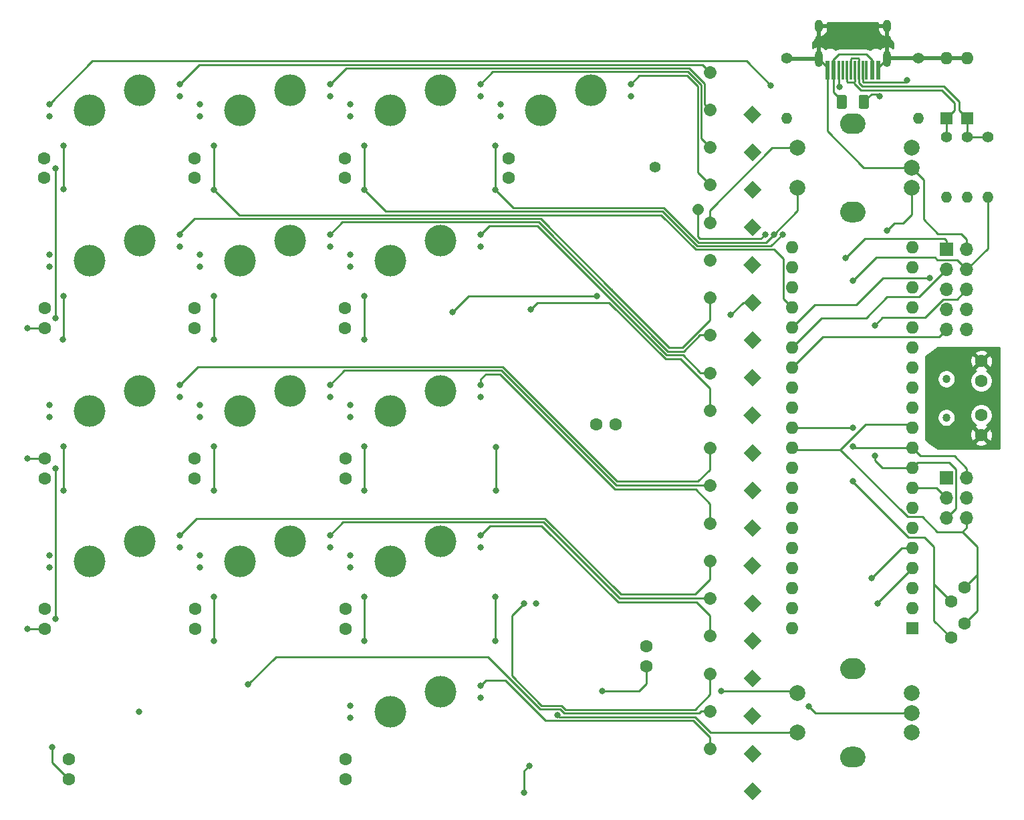
<source format=gbr>
G04 #@! TF.GenerationSoftware,KiCad,Pcbnew,(5.1.5)-3*
G04 #@! TF.CreationDate,2022-04-23T19:07:22-06:00*
G04 #@! TF.ProjectId,base,62617365-2e6b-4696-9361-645f70636258,rev?*
G04 #@! TF.SameCoordinates,Original*
G04 #@! TF.FileFunction,Copper,L1,Top*
G04 #@! TF.FilePolarity,Positive*
%FSLAX46Y46*%
G04 Gerber Fmt 4.6, Leading zero omitted, Abs format (unit mm)*
G04 Created by KiCad (PCBNEW (5.1.5)-3) date 2022-04-23 19:07:22*
%MOMM*%
%LPD*%
G04 APERTURE LIST*
%ADD10C,1.600000*%
%ADD11C,0.800000*%
%ADD12C,4.000000*%
%ADD13C,1.400000*%
%ADD14C,1.400000*%
%ADD15O,1.600000X1.600000*%
%ADD16R,1.600000X1.600000*%
%ADD17O,1.400000X1.400000*%
%ADD18C,0.100000*%
%ADD19C,2.000000*%
%ADD20O,1.700000X1.700000*%
%ADD21R,1.700000X1.700000*%
%ADD22C,1.600000*%
%ADD23C,1.030000*%
%ADD24R,0.600000X2.450000*%
%ADD25R,0.300000X2.450000*%
%ADD26O,1.000000X2.100000*%
%ADD27O,1.000000X1.600000*%
%ADD28C,0.250000*%
%ADD29C,0.500000*%
%ADD30C,0.254000*%
G04 APERTURE END LIST*
D10*
X138100000Y-89350000D03*
X138100000Y-86850000D03*
X103075000Y-146500000D03*
X103075000Y-144000000D03*
X138125000Y-146500000D03*
X138125000Y-144000000D03*
X176250000Y-132175000D03*
X176250000Y-129675000D03*
X138125000Y-127450000D03*
X138125000Y-124950000D03*
X119075000Y-127450000D03*
X119075000Y-124950000D03*
X100025000Y-127450000D03*
X100025000Y-124950000D03*
X100025000Y-108400000D03*
X100025000Y-105900000D03*
X119050000Y-108400000D03*
X119050000Y-105900000D03*
X138125000Y-108400000D03*
X138125000Y-105900000D03*
X169900000Y-101600000D03*
X172400000Y-101600000D03*
X158775000Y-70350000D03*
X158775000Y-67850000D03*
D11*
X174307500Y-59975750D03*
X157797500Y-62515750D03*
X174307500Y-58451750D03*
X157797500Y-60991750D03*
D12*
X162877500Y-61753750D03*
X169227500Y-59213750D03*
D13*
X182788154Y-74338154D02*
X182788154Y-74338154D01*
D14*
X177400000Y-68950000D03*
D10*
X119050000Y-89350000D03*
X119050000Y-86850000D03*
X100025000Y-89350000D03*
X100025000Y-86850000D03*
X100000000Y-70350000D03*
X100000000Y-67850000D03*
X119050000Y-70350000D03*
X119050000Y-67850000D03*
X138100000Y-70350000D03*
X138100000Y-67850000D03*
D15*
X216900000Y-55180000D03*
D16*
X216900000Y-62800000D03*
D15*
X214300000Y-55180000D03*
D16*
X214300000Y-62800000D03*
D14*
X219500000Y-65200000D03*
D17*
X219500000Y-72820000D03*
D14*
X210725000Y-55143750D03*
D17*
X210725000Y-62763750D03*
G04 #@! TA.AperFunction,SMDPad,CuDef*
D18*
G36*
X201399504Y-59826204D02*
G01*
X201423773Y-59829804D01*
X201447571Y-59835765D01*
X201470671Y-59844030D01*
X201492849Y-59854520D01*
X201513893Y-59867133D01*
X201533598Y-59881747D01*
X201551777Y-59898223D01*
X201568253Y-59916402D01*
X201582867Y-59936107D01*
X201595480Y-59957151D01*
X201605970Y-59979329D01*
X201614235Y-60002429D01*
X201620196Y-60026227D01*
X201623796Y-60050496D01*
X201625000Y-60075000D01*
X201625000Y-61325000D01*
X201623796Y-61349504D01*
X201620196Y-61373773D01*
X201614235Y-61397571D01*
X201605970Y-61420671D01*
X201595480Y-61442849D01*
X201582867Y-61463893D01*
X201568253Y-61483598D01*
X201551777Y-61501777D01*
X201533598Y-61518253D01*
X201513893Y-61532867D01*
X201492849Y-61545480D01*
X201470671Y-61555970D01*
X201447571Y-61564235D01*
X201423773Y-61570196D01*
X201399504Y-61573796D01*
X201375000Y-61575000D01*
X200625000Y-61575000D01*
X200600496Y-61573796D01*
X200576227Y-61570196D01*
X200552429Y-61564235D01*
X200529329Y-61555970D01*
X200507151Y-61545480D01*
X200486107Y-61532867D01*
X200466402Y-61518253D01*
X200448223Y-61501777D01*
X200431747Y-61483598D01*
X200417133Y-61463893D01*
X200404520Y-61442849D01*
X200394030Y-61420671D01*
X200385765Y-61397571D01*
X200379804Y-61373773D01*
X200376204Y-61349504D01*
X200375000Y-61325000D01*
X200375000Y-60075000D01*
X200376204Y-60050496D01*
X200379804Y-60026227D01*
X200385765Y-60002429D01*
X200394030Y-59979329D01*
X200404520Y-59957151D01*
X200417133Y-59936107D01*
X200431747Y-59916402D01*
X200448223Y-59898223D01*
X200466402Y-59881747D01*
X200486107Y-59867133D01*
X200507151Y-59854520D01*
X200529329Y-59844030D01*
X200552429Y-59835765D01*
X200576227Y-59829804D01*
X200600496Y-59826204D01*
X200625000Y-59825000D01*
X201375000Y-59825000D01*
X201399504Y-59826204D01*
G37*
G04 #@! TD.AperFunction*
G04 #@! TA.AperFunction,SMDPad,CuDef*
G36*
X204199504Y-59826204D02*
G01*
X204223773Y-59829804D01*
X204247571Y-59835765D01*
X204270671Y-59844030D01*
X204292849Y-59854520D01*
X204313893Y-59867133D01*
X204333598Y-59881747D01*
X204351777Y-59898223D01*
X204368253Y-59916402D01*
X204382867Y-59936107D01*
X204395480Y-59957151D01*
X204405970Y-59979329D01*
X204414235Y-60002429D01*
X204420196Y-60026227D01*
X204423796Y-60050496D01*
X204425000Y-60075000D01*
X204425000Y-61325000D01*
X204423796Y-61349504D01*
X204420196Y-61373773D01*
X204414235Y-61397571D01*
X204405970Y-61420671D01*
X204395480Y-61442849D01*
X204382867Y-61463893D01*
X204368253Y-61483598D01*
X204351777Y-61501777D01*
X204333598Y-61518253D01*
X204313893Y-61532867D01*
X204292849Y-61545480D01*
X204270671Y-61555970D01*
X204247571Y-61564235D01*
X204223773Y-61570196D01*
X204199504Y-61573796D01*
X204175000Y-61575000D01*
X203425000Y-61575000D01*
X203400496Y-61573796D01*
X203376227Y-61570196D01*
X203352429Y-61564235D01*
X203329329Y-61555970D01*
X203307151Y-61545480D01*
X203286107Y-61532867D01*
X203266402Y-61518253D01*
X203248223Y-61501777D01*
X203231747Y-61483598D01*
X203217133Y-61463893D01*
X203204520Y-61442849D01*
X203194030Y-61420671D01*
X203185765Y-61397571D01*
X203179804Y-61373773D01*
X203176204Y-61349504D01*
X203175000Y-61325000D01*
X203175000Y-60075000D01*
X203176204Y-60050496D01*
X203179804Y-60026227D01*
X203185765Y-60002429D01*
X203194030Y-59979329D01*
X203204520Y-59957151D01*
X203217133Y-59936107D01*
X203231747Y-59916402D01*
X203248223Y-59898223D01*
X203266402Y-59881747D01*
X203286107Y-59867133D01*
X203307151Y-59854520D01*
X203329329Y-59844030D01*
X203352429Y-59835765D01*
X203376227Y-59829804D01*
X203400496Y-59826204D01*
X203425000Y-59825000D01*
X204175000Y-59825000D01*
X204199504Y-59826204D01*
G37*
G04 #@! TD.AperFunction*
D19*
X195406250Y-66556250D03*
X195406250Y-71556250D03*
G04 #@! TA.AperFunction,WasherPad*
D18*
G36*
X202833672Y-62162509D02*
G01*
X202959867Y-62181228D01*
X203083620Y-62212227D01*
X203203738Y-62255206D01*
X203319066Y-62309751D01*
X203428491Y-62375339D01*
X203530961Y-62451335D01*
X203625489Y-62537010D01*
X203711164Y-62631538D01*
X203787160Y-62734008D01*
X203852748Y-62843433D01*
X203907293Y-62958761D01*
X203950272Y-63078879D01*
X203981271Y-63202632D01*
X203999990Y-63328827D01*
X204006250Y-63456249D01*
X204006250Y-63456251D01*
X203999990Y-63583673D01*
X203981271Y-63709868D01*
X203950272Y-63833621D01*
X203907293Y-63953739D01*
X203852748Y-64069067D01*
X203787160Y-64178492D01*
X203711164Y-64280962D01*
X203625489Y-64375490D01*
X203530961Y-64461165D01*
X203428491Y-64537161D01*
X203319066Y-64602749D01*
X203203738Y-64657294D01*
X203083620Y-64700273D01*
X202959867Y-64731272D01*
X202833672Y-64749991D01*
X202706250Y-64756251D01*
X202106250Y-64756251D01*
X201978828Y-64749991D01*
X201852633Y-64731272D01*
X201728880Y-64700273D01*
X201608762Y-64657294D01*
X201493434Y-64602749D01*
X201384009Y-64537161D01*
X201281539Y-64461165D01*
X201187011Y-64375490D01*
X201101336Y-64280962D01*
X201025340Y-64178492D01*
X200959752Y-64069067D01*
X200905207Y-63953739D01*
X200862228Y-63833621D01*
X200831229Y-63709868D01*
X200812510Y-63583673D01*
X200806250Y-63456251D01*
X200806250Y-63456249D01*
X200812510Y-63328827D01*
X200831229Y-63202632D01*
X200862228Y-63078879D01*
X200905207Y-62958761D01*
X200959752Y-62843433D01*
X201025340Y-62734008D01*
X201101336Y-62631538D01*
X201187011Y-62537010D01*
X201281539Y-62451335D01*
X201384009Y-62375339D01*
X201493434Y-62309751D01*
X201608762Y-62255206D01*
X201728880Y-62212227D01*
X201852633Y-62181228D01*
X201978828Y-62162509D01*
X202106250Y-62156249D01*
X202706250Y-62156249D01*
X202833672Y-62162509D01*
G37*
G04 #@! TD.AperFunction*
D19*
X209906250Y-71556250D03*
X209906250Y-66556250D03*
X209906250Y-69056250D03*
G04 #@! TA.AperFunction,WasherPad*
D18*
G36*
X202833672Y-73362509D02*
G01*
X202959867Y-73381228D01*
X203083620Y-73412227D01*
X203203738Y-73455206D01*
X203319066Y-73509751D01*
X203428491Y-73575339D01*
X203530961Y-73651335D01*
X203625489Y-73737010D01*
X203711164Y-73831538D01*
X203787160Y-73934008D01*
X203852748Y-74043433D01*
X203907293Y-74158761D01*
X203950272Y-74278879D01*
X203981271Y-74402632D01*
X203999990Y-74528827D01*
X204006250Y-74656249D01*
X204006250Y-74656251D01*
X203999990Y-74783673D01*
X203981271Y-74909868D01*
X203950272Y-75033621D01*
X203907293Y-75153739D01*
X203852748Y-75269067D01*
X203787160Y-75378492D01*
X203711164Y-75480962D01*
X203625489Y-75575490D01*
X203530961Y-75661165D01*
X203428491Y-75737161D01*
X203319066Y-75802749D01*
X203203738Y-75857294D01*
X203083620Y-75900273D01*
X202959867Y-75931272D01*
X202833672Y-75949991D01*
X202706250Y-75956251D01*
X202106250Y-75956251D01*
X201978828Y-75949991D01*
X201852633Y-75931272D01*
X201728880Y-75900273D01*
X201608762Y-75857294D01*
X201493434Y-75802749D01*
X201384009Y-75737161D01*
X201281539Y-75661165D01*
X201187011Y-75575490D01*
X201101336Y-75480962D01*
X201025340Y-75378492D01*
X200959752Y-75269067D01*
X200905207Y-75153739D01*
X200862228Y-75033621D01*
X200831229Y-74909868D01*
X200812510Y-74783673D01*
X200806250Y-74656251D01*
X200806250Y-74656249D01*
X200812510Y-74528827D01*
X200831229Y-74402632D01*
X200862228Y-74278879D01*
X200905207Y-74158761D01*
X200959752Y-74043433D01*
X201025340Y-73934008D01*
X201101336Y-73831538D01*
X201187011Y-73737010D01*
X201281539Y-73651335D01*
X201384009Y-73575339D01*
X201493434Y-73509751D01*
X201608762Y-73455206D01*
X201728880Y-73412227D01*
X201852633Y-73381228D01*
X201978828Y-73362509D01*
X202106250Y-73356249D01*
X202706250Y-73356249D01*
X202833672Y-73362509D01*
G37*
G04 #@! TD.AperFunction*
D14*
X214312500Y-65196875D03*
D17*
X214312500Y-72816875D03*
D12*
X131127500Y-59213750D03*
X124777500Y-61753750D03*
D11*
X119697500Y-60991750D03*
X136207500Y-58451750D03*
X119697500Y-62515750D03*
X136207500Y-59975750D03*
D12*
X150177500Y-116363750D03*
X143827500Y-118903750D03*
D11*
X138747500Y-118141750D03*
X155257500Y-115601750D03*
X138747500Y-119665750D03*
X155257500Y-117125750D03*
D20*
X216840000Y-89560000D03*
X214300000Y-89560000D03*
X216840000Y-87020000D03*
X214300000Y-87020000D03*
X216840000Y-84480000D03*
X214300000Y-84480000D03*
X216840000Y-81940000D03*
X214300000Y-81940000D03*
X216840000Y-79400000D03*
D21*
X214300000Y-79400000D03*
D12*
X112077500Y-78263750D03*
X105727500Y-80803750D03*
D11*
X100647500Y-80041750D03*
X117157500Y-77501750D03*
X100647500Y-81565750D03*
X117157500Y-79025750D03*
X155257500Y-136175750D03*
X138747500Y-138715750D03*
X155257500Y-134651750D03*
X138747500Y-137191750D03*
D12*
X143827500Y-137953750D03*
X150177500Y-135413750D03*
X150177500Y-97313750D03*
X143827500Y-99853750D03*
D11*
X138747500Y-99091750D03*
X155257500Y-96551750D03*
X138747500Y-100615750D03*
X155257500Y-98075750D03*
X155257500Y-59975750D03*
X138747500Y-62515750D03*
X155257500Y-58451750D03*
X138747500Y-60991750D03*
D12*
X143827500Y-61753750D03*
X150177500Y-59213750D03*
G04 #@! TA.AperFunction,ComponentPad*
D18*
G36*
X190837621Y-148034375D02*
G01*
X189706250Y-149165746D01*
X188574879Y-148034375D01*
X189706250Y-146903004D01*
X190837621Y-148034375D01*
G37*
G04 #@! TD.AperFunction*
D22*
X184318096Y-142646221D02*
X184318096Y-142646221D01*
G04 #@! TA.AperFunction,ComponentPad*
D18*
G36*
X190837621Y-86121875D02*
G01*
X189706250Y-87253246D01*
X188574879Y-86121875D01*
X189706250Y-84990504D01*
X190837621Y-86121875D01*
G37*
G04 #@! TD.AperFunction*
D22*
X184318096Y-80733721D02*
X184318096Y-80733721D01*
X184318096Y-66446221D02*
X184318096Y-66446221D01*
G04 #@! TA.AperFunction,ComponentPad*
D18*
G36*
X190837621Y-71834375D02*
G01*
X189706250Y-72965746D01*
X188574879Y-71834375D01*
X189706250Y-70703004D01*
X190837621Y-71834375D01*
G37*
G04 #@! TD.AperFunction*
D12*
X112077500Y-116363750D03*
X105727500Y-118903750D03*
D11*
X100647500Y-118141750D03*
X117157500Y-115601750D03*
X100647500Y-119665750D03*
X117157500Y-117125750D03*
D10*
X218678125Y-93543750D03*
X218678125Y-96043750D03*
X218678125Y-100409375D03*
X218678125Y-102909375D03*
X214832233Y-123967767D03*
X216600000Y-122200000D03*
X216600000Y-126800000D03*
X214832233Y-128567767D03*
G04 #@! TA.AperFunction,ComponentPad*
D18*
G36*
X190837621Y-62309375D02*
G01*
X189706250Y-63440746D01*
X188574879Y-62309375D01*
X189706250Y-61178004D01*
X190837621Y-62309375D01*
G37*
G04 #@! TD.AperFunction*
D22*
X184318096Y-56921221D02*
X184318096Y-56921221D01*
X184318096Y-61683721D02*
X184318096Y-61683721D01*
G04 #@! TA.AperFunction,ComponentPad*
D18*
G36*
X190837621Y-67071875D02*
G01*
X189706250Y-68203246D01*
X188574879Y-67071875D01*
X189706250Y-65940504D01*
X190837621Y-67071875D01*
G37*
G04 #@! TD.AperFunction*
G04 #@! TA.AperFunction,ComponentPad*
G36*
X190837621Y-76596875D02*
G01*
X189706250Y-77728246D01*
X188574879Y-76596875D01*
X189706250Y-75465504D01*
X190837621Y-76596875D01*
G37*
G04 #@! TD.AperFunction*
D22*
X184318096Y-71208721D02*
X184318096Y-71208721D01*
X184318096Y-85496221D02*
X184318096Y-85496221D01*
G04 #@! TA.AperFunction,ComponentPad*
D18*
G36*
X190837621Y-90884375D02*
G01*
X189706250Y-92015746D01*
X188574879Y-90884375D01*
X189706250Y-89753004D01*
X190837621Y-90884375D01*
G37*
G04 #@! TD.AperFunction*
G04 #@! TA.AperFunction,ComponentPad*
G36*
X190837621Y-95646875D02*
G01*
X189706250Y-96778246D01*
X188574879Y-95646875D01*
X189706250Y-94515504D01*
X190837621Y-95646875D01*
G37*
G04 #@! TD.AperFunction*
D22*
X184318096Y-90258721D02*
X184318096Y-90258721D01*
X184318096Y-95021221D02*
X184318096Y-95021221D01*
G04 #@! TA.AperFunction,ComponentPad*
D18*
G36*
X190837621Y-100409375D02*
G01*
X189706250Y-101540746D01*
X188574879Y-100409375D01*
X189706250Y-99278004D01*
X190837621Y-100409375D01*
G37*
G04 #@! TD.AperFunction*
G04 #@! TA.AperFunction,ComponentPad*
G36*
X190837621Y-109934375D02*
G01*
X189706250Y-111065746D01*
X188574879Y-109934375D01*
X189706250Y-108803004D01*
X190837621Y-109934375D01*
G37*
G04 #@! TD.AperFunction*
D22*
X184318096Y-104546221D02*
X184318096Y-104546221D01*
X184318096Y-109308721D02*
X184318096Y-109308721D01*
G04 #@! TA.AperFunction,ComponentPad*
D18*
G36*
X190837621Y-114696875D02*
G01*
X189706250Y-115828246D01*
X188574879Y-114696875D01*
X189706250Y-113565504D01*
X190837621Y-114696875D01*
G37*
G04 #@! TD.AperFunction*
D22*
X184318096Y-114071221D02*
X184318096Y-114071221D01*
G04 #@! TA.AperFunction,ComponentPad*
D18*
G36*
X190837621Y-119459375D02*
G01*
X189706250Y-120590746D01*
X188574879Y-119459375D01*
X189706250Y-118328004D01*
X190837621Y-119459375D01*
G37*
G04 #@! TD.AperFunction*
D22*
X184318096Y-99783721D02*
X184318096Y-99783721D01*
G04 #@! TA.AperFunction,ComponentPad*
D18*
G36*
X190837621Y-105171875D02*
G01*
X189706250Y-106303246D01*
X188574879Y-105171875D01*
X189706250Y-104040504D01*
X190837621Y-105171875D01*
G37*
G04 #@! TD.AperFunction*
D22*
X184318096Y-118833721D02*
X184318096Y-118833721D01*
G04 #@! TA.AperFunction,ComponentPad*
D18*
G36*
X190837621Y-124221875D02*
G01*
X189706250Y-125353246D01*
X188574879Y-124221875D01*
X189706250Y-123090504D01*
X190837621Y-124221875D01*
G37*
G04 #@! TD.AperFunction*
G04 #@! TA.AperFunction,ComponentPad*
G36*
X190837621Y-128984375D02*
G01*
X189706250Y-130115746D01*
X188574879Y-128984375D01*
X189706250Y-127853004D01*
X190837621Y-128984375D01*
G37*
G04 #@! TD.AperFunction*
D22*
X184318096Y-123596221D02*
X184318096Y-123596221D01*
X184318096Y-128358721D02*
X184318096Y-128358721D01*
G04 #@! TA.AperFunction,ComponentPad*
D18*
G36*
X190837621Y-133746875D02*
G01*
X189706250Y-134878246D01*
X188574879Y-133746875D01*
X189706250Y-132615504D01*
X190837621Y-133746875D01*
G37*
G04 #@! TD.AperFunction*
D22*
X184318096Y-137883721D02*
X184318096Y-137883721D01*
G04 #@! TA.AperFunction,ComponentPad*
D18*
G36*
X190837621Y-143271875D02*
G01*
X189706250Y-144403246D01*
X188574879Y-143271875D01*
X189706250Y-142140504D01*
X190837621Y-143271875D01*
G37*
G04 #@! TD.AperFunction*
D22*
X184318096Y-133121221D02*
X184318096Y-133121221D01*
G04 #@! TA.AperFunction,ComponentPad*
D18*
G36*
X190837621Y-138509375D02*
G01*
X189706250Y-139640746D01*
X188574879Y-138509375D01*
X189706250Y-137378004D01*
X190837621Y-138509375D01*
G37*
G04 #@! TD.AperFunction*
G04 #@! TA.AperFunction,ComponentPad*
G36*
X190837621Y-81359375D02*
G01*
X189706250Y-82490746D01*
X188574879Y-81359375D01*
X189706250Y-80228004D01*
X190837621Y-81359375D01*
G37*
G04 #@! TD.AperFunction*
D22*
X184318096Y-75971221D02*
X184318096Y-75971221D01*
D21*
X214312500Y-108346875D03*
D20*
X216852500Y-108346875D03*
X214312500Y-110886875D03*
X216852500Y-110886875D03*
X214312500Y-113426875D03*
X216852500Y-113426875D03*
D11*
X136207500Y-117125750D03*
X119697500Y-119665750D03*
X136207500Y-115601750D03*
X119697500Y-118141750D03*
D12*
X124777500Y-118903750D03*
X131127500Y-116363750D03*
D11*
X117157500Y-98075750D03*
X100647500Y-100615750D03*
X117157500Y-96551750D03*
X100647500Y-99091750D03*
D12*
X105727500Y-99853750D03*
X112077500Y-97313750D03*
D11*
X136207500Y-98075750D03*
X119697500Y-100615750D03*
X136207500Y-96551750D03*
X119697500Y-99091750D03*
D12*
X124777500Y-99853750D03*
X131127500Y-97313750D03*
D11*
X136207500Y-79025750D03*
X119697500Y-81565750D03*
X136207500Y-77501750D03*
X119697500Y-80041750D03*
D12*
X124777500Y-80803750D03*
X131127500Y-78263750D03*
X150177500Y-78263750D03*
X143827500Y-80803750D03*
D11*
X138747500Y-80041750D03*
X155257500Y-77501750D03*
X138747500Y-81565750D03*
X155257500Y-79025750D03*
D12*
X112077500Y-59213750D03*
X105727500Y-61753750D03*
D11*
X100647500Y-60991750D03*
X117157500Y-58451750D03*
X100647500Y-62515750D03*
X117157500Y-59975750D03*
D17*
X216900000Y-72820000D03*
D14*
X216900000Y-65200000D03*
X194056250Y-55143750D03*
D17*
X194056250Y-62763750D03*
D16*
X209946875Y-127396875D03*
D15*
X194706875Y-79136875D03*
X209946875Y-124856875D03*
X194706875Y-81676875D03*
X209946875Y-122316875D03*
X194706875Y-84216875D03*
X209946875Y-119776875D03*
X194706875Y-86756875D03*
X209946875Y-117236875D03*
X194706875Y-89296875D03*
X209946875Y-114696875D03*
X194706875Y-91836875D03*
X209946875Y-112156875D03*
X194706875Y-94376875D03*
X209946875Y-109616875D03*
X194706875Y-96916875D03*
X209946875Y-107076875D03*
X194706875Y-99456875D03*
X209946875Y-104536875D03*
X194706875Y-101996875D03*
X209946875Y-101996875D03*
X194706875Y-104536875D03*
X209946875Y-99456875D03*
X194706875Y-107076875D03*
X209946875Y-96916875D03*
X194706875Y-109616875D03*
X209946875Y-94376875D03*
X194706875Y-112156875D03*
X209946875Y-91836875D03*
X194706875Y-114696875D03*
X209946875Y-89296875D03*
X194706875Y-117236875D03*
X209946875Y-86756875D03*
X194706875Y-119776875D03*
X209946875Y-84216875D03*
X194706875Y-122316875D03*
X209946875Y-81676875D03*
X194706875Y-124856875D03*
X209946875Y-79136875D03*
X194706875Y-127396875D03*
G04 #@! TA.AperFunction,WasherPad*
D18*
G36*
X202833672Y-142418759D02*
G01*
X202959867Y-142437478D01*
X203083620Y-142468477D01*
X203203738Y-142511456D01*
X203319066Y-142566001D01*
X203428491Y-142631589D01*
X203530961Y-142707585D01*
X203625489Y-142793260D01*
X203711164Y-142887788D01*
X203787160Y-142990258D01*
X203852748Y-143099683D01*
X203907293Y-143215011D01*
X203950272Y-143335129D01*
X203981271Y-143458882D01*
X203999990Y-143585077D01*
X204006250Y-143712499D01*
X204006250Y-143712501D01*
X203999990Y-143839923D01*
X203981271Y-143966118D01*
X203950272Y-144089871D01*
X203907293Y-144209989D01*
X203852748Y-144325317D01*
X203787160Y-144434742D01*
X203711164Y-144537212D01*
X203625489Y-144631740D01*
X203530961Y-144717415D01*
X203428491Y-144793411D01*
X203319066Y-144858999D01*
X203203738Y-144913544D01*
X203083620Y-144956523D01*
X202959867Y-144987522D01*
X202833672Y-145006241D01*
X202706250Y-145012501D01*
X202106250Y-145012501D01*
X201978828Y-145006241D01*
X201852633Y-144987522D01*
X201728880Y-144956523D01*
X201608762Y-144913544D01*
X201493434Y-144858999D01*
X201384009Y-144793411D01*
X201281539Y-144717415D01*
X201187011Y-144631740D01*
X201101336Y-144537212D01*
X201025340Y-144434742D01*
X200959752Y-144325317D01*
X200905207Y-144209989D01*
X200862228Y-144089871D01*
X200831229Y-143966118D01*
X200812510Y-143839923D01*
X200806250Y-143712501D01*
X200806250Y-143712499D01*
X200812510Y-143585077D01*
X200831229Y-143458882D01*
X200862228Y-143335129D01*
X200905207Y-143215011D01*
X200959752Y-143099683D01*
X201025340Y-142990258D01*
X201101336Y-142887788D01*
X201187011Y-142793260D01*
X201281539Y-142707585D01*
X201384009Y-142631589D01*
X201493434Y-142566001D01*
X201608762Y-142511456D01*
X201728880Y-142468477D01*
X201852633Y-142437478D01*
X201978828Y-142418759D01*
X202106250Y-142412499D01*
X202706250Y-142412499D01*
X202833672Y-142418759D01*
G37*
G04 #@! TD.AperFunction*
D19*
X209906250Y-138112500D03*
X209906250Y-135612500D03*
X209906250Y-140612500D03*
G04 #@! TA.AperFunction,WasherPad*
D18*
G36*
X202833672Y-131218759D02*
G01*
X202959867Y-131237478D01*
X203083620Y-131268477D01*
X203203738Y-131311456D01*
X203319066Y-131366001D01*
X203428491Y-131431589D01*
X203530961Y-131507585D01*
X203625489Y-131593260D01*
X203711164Y-131687788D01*
X203787160Y-131790258D01*
X203852748Y-131899683D01*
X203907293Y-132015011D01*
X203950272Y-132135129D01*
X203981271Y-132258882D01*
X203999990Y-132385077D01*
X204006250Y-132512499D01*
X204006250Y-132512501D01*
X203999990Y-132639923D01*
X203981271Y-132766118D01*
X203950272Y-132889871D01*
X203907293Y-133009989D01*
X203852748Y-133125317D01*
X203787160Y-133234742D01*
X203711164Y-133337212D01*
X203625489Y-133431740D01*
X203530961Y-133517415D01*
X203428491Y-133593411D01*
X203319066Y-133658999D01*
X203203738Y-133713544D01*
X203083620Y-133756523D01*
X202959867Y-133787522D01*
X202833672Y-133806241D01*
X202706250Y-133812501D01*
X202106250Y-133812501D01*
X201978828Y-133806241D01*
X201852633Y-133787522D01*
X201728880Y-133756523D01*
X201608762Y-133713544D01*
X201493434Y-133658999D01*
X201384009Y-133593411D01*
X201281539Y-133517415D01*
X201187011Y-133431740D01*
X201101336Y-133337212D01*
X201025340Y-133234742D01*
X200959752Y-133125317D01*
X200905207Y-133009989D01*
X200862228Y-132889871D01*
X200831229Y-132766118D01*
X200812510Y-132639923D01*
X200806250Y-132512501D01*
X200806250Y-132512499D01*
X200812510Y-132385077D01*
X200831229Y-132258882D01*
X200862228Y-132135129D01*
X200905207Y-132015011D01*
X200959752Y-131899683D01*
X201025340Y-131790258D01*
X201101336Y-131687788D01*
X201187011Y-131593260D01*
X201281539Y-131507585D01*
X201384009Y-131431589D01*
X201493434Y-131366001D01*
X201608762Y-131311456D01*
X201728880Y-131268477D01*
X201852633Y-131237478D01*
X201978828Y-131218759D01*
X202106250Y-131212499D01*
X202706250Y-131212499D01*
X202833672Y-131218759D01*
G37*
G04 #@! TD.AperFunction*
D19*
X195406250Y-140612500D03*
X195406250Y-135612500D03*
D23*
X214250000Y-95810000D03*
X214250000Y-100690000D03*
D24*
X199175000Y-56695000D03*
X205625000Y-56695000D03*
X199950000Y-56695000D03*
X204850000Y-56695000D03*
D25*
X204150000Y-56695000D03*
X200650000Y-56695000D03*
X203650000Y-56695000D03*
X201150000Y-56695000D03*
X203150000Y-56695000D03*
X201650000Y-56695000D03*
X202150000Y-56695000D03*
X202650000Y-56695000D03*
D26*
X206720000Y-55280000D03*
X198080000Y-55280000D03*
D27*
X206720000Y-51100000D03*
X198080000Y-51100000D03*
D11*
X202406250Y-101996875D03*
X202406250Y-104378125D03*
X202406250Y-108743750D03*
X161400000Y-144800000D03*
X160799982Y-148200000D03*
X202406250Y-83343750D03*
X205800000Y-60000000D03*
X97875000Y-89350000D03*
X97874994Y-105900000D03*
X97875000Y-127450000D03*
X170675000Y-135350000D03*
X161600000Y-87000000D03*
X160734375Y-124221875D03*
X162321875Y-124221875D03*
X186928125Y-87709375D03*
X125809375Y-134540625D03*
X185737500Y-135334375D03*
X191300000Y-77500000D03*
X111977500Y-137953750D03*
X121502500Y-66278125D03*
X121502500Y-71834375D03*
X121443750Y-109934375D03*
X121443750Y-104378125D03*
X201500000Y-80500000D03*
X157168750Y-109959375D03*
X157168750Y-104403125D03*
X157162500Y-71834375D03*
X157162500Y-66278125D03*
X157162500Y-123428125D03*
X157162500Y-128984375D03*
X192400013Y-77500000D03*
X165000000Y-138374990D03*
X101425000Y-69100000D03*
X101425000Y-88075000D03*
X101426000Y-107191000D03*
X101426000Y-126241000D03*
X121500000Y-123450000D03*
X121475000Y-129000000D03*
X121500000Y-85300000D03*
X121500000Y-90849996D03*
X140493750Y-71834375D03*
X140493750Y-66278125D03*
X140493750Y-85328125D03*
X140493750Y-123428125D03*
X140493750Y-128984375D03*
X140493750Y-109934375D03*
X140493750Y-104378125D03*
X193500016Y-77500000D03*
X212175010Y-83000000D03*
X140493750Y-90850000D03*
X205184375Y-105568750D03*
X205184375Y-89000008D03*
X102393750Y-66278125D03*
X102393750Y-109934375D03*
X102393750Y-104378125D03*
X102393750Y-85328125D03*
X102393750Y-71765635D03*
X192000000Y-58600000D03*
X102375000Y-90850000D03*
X206771875Y-77000002D03*
X205581250Y-124221875D03*
X204787500Y-121046875D03*
X100950000Y-142500000D03*
X196850000Y-137318750D03*
X170000000Y-85300016D03*
X151700000Y-87350002D03*
X209304740Y-57970002D03*
X200700000Y-58800000D03*
D28*
X194706875Y-101996875D02*
X202406250Y-101996875D01*
X209946875Y-104536875D02*
X202565000Y-104536875D01*
X202565000Y-104536875D02*
X202406250Y-104378125D01*
X160800000Y-148199982D02*
X160799982Y-148200000D01*
X161400000Y-144800000D02*
X160800000Y-145400000D01*
X160800000Y-145400000D02*
X160800000Y-148199982D01*
X215276456Y-105568750D02*
X216852500Y-107144794D01*
X216852500Y-107144794D02*
X216852500Y-108346875D01*
X209946875Y-104536875D02*
X210978750Y-105568750D01*
X210978750Y-105568750D02*
X215276456Y-105568750D01*
X205350000Y-80400000D02*
X202406250Y-83343750D01*
X215600000Y-80700000D02*
X213100000Y-80700000D01*
X216840000Y-81940000D02*
X215600000Y-80700000D01*
X213100000Y-80700000D02*
X212800000Y-80400000D01*
X212800000Y-80400000D02*
X205350000Y-80400000D01*
X204800000Y-59700000D02*
X203800000Y-60700000D01*
X205800000Y-60000000D02*
X205500000Y-59700000D01*
X205500000Y-59700000D02*
X204800000Y-59700000D01*
X202406250Y-108821252D02*
X209472498Y-115887500D01*
X202406250Y-108743750D02*
X202406250Y-108821252D01*
X209472498Y-115887500D02*
X211518500Y-115887500D01*
X211518500Y-115887500D02*
X212700000Y-117069000D01*
X212700000Y-117069000D02*
X212700000Y-121300000D01*
X212700000Y-126435534D02*
X214832233Y-128567767D01*
X212700000Y-121835534D02*
X214832233Y-123967767D01*
X212700000Y-121300000D02*
X212700000Y-121835534D01*
X212700000Y-121300000D02*
X212700000Y-126435534D01*
X219500000Y-79280000D02*
X219500000Y-72820000D01*
X216840000Y-81940000D02*
X219500000Y-79280000D01*
X100025000Y-89350000D02*
X97875000Y-89350000D01*
X97874994Y-105900000D02*
X100025000Y-105900000D01*
X100025000Y-127450000D02*
X97875000Y-127450000D01*
X176250000Y-134400000D02*
X176250000Y-132175000D01*
X170675000Y-135350000D02*
X175300000Y-135350000D01*
X175300000Y-135350000D02*
X176250000Y-134400000D01*
X119620523Y-55988727D02*
X183385602Y-55988727D01*
X117157500Y-58451750D02*
X119620523Y-55988727D01*
X183385602Y-55988727D02*
X184318096Y-56921221D01*
X183650000Y-58377178D02*
X183650000Y-61015625D01*
X183650000Y-61015625D02*
X184318096Y-61683721D01*
X181711560Y-56438738D02*
X183650000Y-58377178D01*
X136207500Y-58451750D02*
X138220512Y-56438738D01*
X138220512Y-56438738D02*
X181711560Y-56438738D01*
X183193095Y-58556684D02*
X183193095Y-65321220D01*
X181525160Y-56888749D02*
X183193095Y-58556684D01*
X183193095Y-65321220D02*
X184318096Y-66446221D01*
X156820501Y-56888749D02*
X181525160Y-56888749D01*
X155257500Y-58451750D02*
X156820501Y-56888749D01*
X175359250Y-57400000D02*
X181400001Y-57400000D01*
X174307500Y-58451750D02*
X175359250Y-57400000D01*
X182743086Y-69633711D02*
X184318096Y-71208721D01*
X181400001Y-57400000D02*
X182743085Y-58743084D01*
X182743085Y-58743084D02*
X182743086Y-69633711D01*
X171846875Y-84496843D02*
X172050032Y-84700000D01*
X119011762Y-75488738D02*
X162838770Y-75488738D01*
X116998750Y-77501750D02*
X119011762Y-75488738D01*
X162838770Y-75488738D02*
X172050032Y-84700000D01*
X184318096Y-88331904D02*
X184318096Y-85496221D01*
X180825016Y-91824984D02*
X184318096Y-88331904D01*
X172050032Y-84700000D02*
X179175015Y-91824984D01*
X179175015Y-91824984D02*
X180825016Y-91824984D01*
X137770501Y-75938749D02*
X136207500Y-77501750D01*
X162611570Y-75938749D02*
X137770501Y-75938749D01*
X184318096Y-90258721D02*
X183041279Y-90258721D01*
X183041279Y-90258721D02*
X181000000Y-92300000D01*
X181000000Y-92300000D02*
X178972821Y-92300000D01*
X178972821Y-92300000D02*
X162611570Y-75938749D01*
X156350000Y-76400000D02*
X155257500Y-77492500D01*
X162436410Y-76400000D02*
X156350000Y-76400000D01*
X184318096Y-95021221D02*
X183021221Y-95021221D01*
X155257500Y-77492500D02*
X155257500Y-77501750D01*
X183021221Y-95021221D02*
X183000000Y-95000000D01*
X183000000Y-95000000D02*
X180900000Y-92800000D01*
X180900000Y-92800000D02*
X178836410Y-92800000D01*
X178836410Y-92800000D02*
X162436410Y-76400000D01*
X184300000Y-99765625D02*
X184318096Y-99783721D01*
X161600000Y-87000000D02*
X162478125Y-86121875D01*
X184300000Y-97000000D02*
X184300000Y-99765625D01*
X178700000Y-93300000D02*
X180600000Y-93300000D01*
X162478125Y-86121875D02*
X171521875Y-86121875D01*
X171521875Y-86121875D02*
X178700000Y-93300000D01*
X180600000Y-93300000D02*
X184300000Y-97000000D01*
X194310000Y-114696875D02*
X194706875Y-114300000D01*
X119409272Y-94299978D02*
X158072798Y-94299978D01*
X158072798Y-94299978D02*
X172572820Y-108800000D01*
X117157500Y-96551750D02*
X119409272Y-94299978D01*
X172572820Y-108800000D02*
X182800000Y-108800000D01*
X184318096Y-107281904D02*
X184318096Y-104546221D01*
X182800000Y-108800000D02*
X184318096Y-107281904D01*
X138009261Y-94749989D02*
X136207500Y-96551750D01*
X157886399Y-94749989D02*
X138009261Y-94749989D01*
X184318096Y-109308721D02*
X172445131Y-109308721D01*
X172445131Y-109308721D02*
X157886399Y-94749989D01*
X182500000Y-109800000D02*
X184300000Y-111600000D01*
X155257500Y-95842500D02*
X155900000Y-95200000D01*
X157700000Y-95200000D02*
X172300000Y-109800000D01*
X184300000Y-114053125D02*
X184318096Y-114071221D01*
X184300000Y-111600000D02*
X184300000Y-114053125D01*
X155257500Y-96551750D02*
X155257500Y-95842500D01*
X155900000Y-95200000D02*
X157700000Y-95200000D01*
X172300000Y-109800000D02*
X182500000Y-109800000D01*
X119259272Y-113499978D02*
X163399978Y-113499978D01*
X117157500Y-115601750D02*
X119259272Y-113499978D01*
X173000000Y-123100000D02*
X182400000Y-123100000D01*
X184318096Y-121181904D02*
X184318096Y-118833721D01*
X163399978Y-113499978D02*
X173000000Y-123100000D01*
X182400000Y-123100000D02*
X184318096Y-121181904D01*
X163213579Y-113949989D02*
X137859261Y-113949989D01*
X137859261Y-113949989D02*
X136207500Y-115601750D01*
X172859811Y-123596221D02*
X163213579Y-113949989D01*
X184318096Y-123596221D02*
X172859811Y-123596221D01*
X184318096Y-125818096D02*
X184318096Y-128358721D01*
X156459250Y-114400000D02*
X163000000Y-114400000D01*
X182600000Y-124100000D02*
X184318096Y-125818096D01*
X155257500Y-115601750D02*
X156459250Y-114400000D01*
X163000000Y-114400000D02*
X172700000Y-124100000D01*
X172700000Y-124100000D02*
X182600000Y-124100000D01*
X162999977Y-137199977D02*
X165534402Y-137199977D01*
X160734375Y-124221875D02*
X159200000Y-125756250D01*
X159200000Y-133400000D02*
X162999977Y-137199977D01*
X159200000Y-125756250D02*
X159200000Y-133400000D01*
X166034403Y-137699978D02*
X182400022Y-137699978D01*
X182400022Y-137699978D02*
X184318096Y-135781904D01*
X165534402Y-137199977D02*
X166034403Y-137699978D01*
X184318096Y-135781904D02*
X184318096Y-133121221D01*
X189706250Y-86121875D02*
X188515625Y-86121875D01*
X188515625Y-86121875D02*
X186928125Y-87709375D01*
X162813578Y-137649988D02*
X165348002Y-137649988D01*
X182920458Y-138149989D02*
X183186726Y-137883721D01*
X156163590Y-131000000D02*
X162813578Y-137649988D01*
X129350000Y-131000000D02*
X156163590Y-131000000D01*
X183186726Y-137883721D02*
X184318096Y-137883721D01*
X165848003Y-138149989D02*
X182920458Y-138149989D01*
X165348002Y-137649988D02*
X165848003Y-138149989D01*
X125809375Y-134540625D02*
X129350000Y-131000000D01*
X158400000Y-134000000D02*
X163500000Y-139100000D01*
X182200000Y-139100000D02*
X184318096Y-141218096D01*
X155257500Y-134651750D02*
X155909250Y-134000000D01*
X184318096Y-141218096D02*
X184318096Y-142646221D01*
X155909250Y-134000000D02*
X158400000Y-134000000D01*
X163500000Y-139100000D02*
X182200000Y-139100000D01*
X192205536Y-66556250D02*
X195406250Y-66556250D01*
X184318096Y-75971221D02*
X184318096Y-74443690D01*
X184318096Y-74443690D02*
X192205536Y-66556250D01*
X195128125Y-135334375D02*
X195406250Y-135612500D01*
X185737500Y-135334375D02*
X195128125Y-135334375D01*
X202650000Y-58170000D02*
X202650000Y-56695000D01*
X201650000Y-56695000D02*
X201650000Y-58111134D01*
X201650000Y-58111134D02*
X201783867Y-58245001D01*
X201783867Y-58245001D02*
X202574999Y-58245001D01*
X202574999Y-58245001D02*
X202650000Y-58170000D01*
X214300000Y-65184375D02*
X214312500Y-65196875D01*
X214300000Y-62800000D02*
X214300000Y-65184375D01*
X202574999Y-58352822D02*
X203422177Y-59200000D01*
X202574999Y-58245001D02*
X202574999Y-58352822D01*
X215300000Y-61800000D02*
X214300000Y-62800000D01*
X203422177Y-59200000D02*
X213700000Y-59200000D01*
X213700000Y-59200000D02*
X215300000Y-60800000D01*
X215300000Y-60800000D02*
X215300000Y-61800000D01*
X203150000Y-55220000D02*
X203150000Y-56695000D01*
X202150000Y-56695000D02*
X202150000Y-55220000D01*
X202225001Y-55144999D02*
X203074999Y-55144999D01*
X203074999Y-55144999D02*
X203150000Y-55220000D01*
X202150000Y-55220000D02*
X202225001Y-55144999D01*
X216900000Y-62800000D02*
X216900000Y-65200000D01*
X216900000Y-65200000D02*
X219500000Y-65200000D01*
X215850000Y-61750000D02*
X216900000Y-62800000D01*
X203150000Y-58291413D02*
X203608587Y-58750000D01*
X203150000Y-56695000D02*
X203150000Y-58291413D01*
X203608587Y-58750000D02*
X213900000Y-58750000D01*
X213900000Y-58750000D02*
X215850000Y-60700000D01*
X215850000Y-60700000D02*
X215850000Y-61750000D01*
X190746744Y-78053256D02*
X191300000Y-77500000D01*
X183053256Y-78053256D02*
X190746744Y-78053256D01*
X121502500Y-71834375D02*
X121502500Y-66278125D01*
X121443750Y-109934375D02*
X121443750Y-104378125D01*
X193581874Y-80581874D02*
X192403289Y-79403289D01*
X178129497Y-75038727D02*
X124706852Y-75038727D01*
X194706875Y-86756875D02*
X193581874Y-85631874D01*
X193581874Y-85631874D02*
X193581874Y-80581874D01*
X124706852Y-75038727D02*
X121502500Y-71834375D01*
X192403289Y-79403289D02*
X182494059Y-79403289D01*
X182494059Y-79403289D02*
X178129497Y-75038727D01*
X214000000Y-78000000D02*
X214300000Y-78300000D01*
X207144879Y-78000000D02*
X214000000Y-78000000D01*
X214300000Y-78300000D02*
X214300000Y-79400000D01*
X203974998Y-78025002D02*
X207119877Y-78025002D01*
X207119877Y-78025002D02*
X207144879Y-78000000D01*
X201500000Y-80500000D02*
X203974998Y-78025002D01*
X157168750Y-109959375D02*
X157168750Y-104403125D01*
X157162500Y-71834375D02*
X157162500Y-66278125D01*
X210840000Y-85400000D02*
X214300000Y-81940000D01*
X198437500Y-88106250D02*
X204070748Y-88106250D01*
X194706875Y-91836875D02*
X198437500Y-88106250D01*
X204070748Y-88106250D02*
X206776998Y-85400000D01*
X206776998Y-85400000D02*
X210840000Y-85400000D01*
X157162500Y-123428125D02*
X157162500Y-128984375D01*
X195406250Y-74493763D02*
X195406250Y-71556250D01*
X192400013Y-77500000D02*
X195406250Y-74493763D01*
X191396746Y-78503267D02*
X192400013Y-77500000D01*
X159428125Y-74100000D02*
X178463589Y-74100000D01*
X178463589Y-74100000D02*
X182866856Y-78503267D01*
X182866856Y-78503267D02*
X191396746Y-78503267D01*
X157162500Y-71834375D02*
X159428125Y-74100000D01*
X165274999Y-138649989D02*
X165000000Y-138374990D01*
X184412500Y-140612500D02*
X182449989Y-138649989D01*
X182449989Y-138649989D02*
X165274999Y-138649989D01*
X195406250Y-140612500D02*
X184412500Y-140612500D01*
X101425000Y-69100000D02*
X101425000Y-88075000D01*
X101425000Y-126240000D02*
X101426000Y-126241000D01*
X101426000Y-107191000D02*
X101425000Y-107192000D01*
X101425000Y-107192000D02*
X101425000Y-126240000D01*
X121500000Y-128975000D02*
X121475000Y-129000000D01*
X121500000Y-123450000D02*
X121500000Y-128975000D01*
X121500000Y-85300000D02*
X121500000Y-90849996D01*
X140493750Y-71834375D02*
X140493750Y-66278125D01*
X140493750Y-123428125D02*
X140493750Y-128984375D01*
X140493750Y-109934375D02*
X140493750Y-104378125D01*
X143248091Y-74588716D02*
X178315896Y-74588716D01*
X182680456Y-78953278D02*
X192046738Y-78953278D01*
X192046738Y-78953278D02*
X193500016Y-77500000D01*
X178315896Y-74588716D02*
X182680456Y-78953278D01*
X140493750Y-71834375D02*
X143248091Y-74588716D01*
X197631273Y-86372477D02*
X202877523Y-86372477D01*
X202877523Y-86372477D02*
X206250000Y-83000000D01*
X206250000Y-83000000D02*
X212175010Y-83000000D01*
X194706875Y-89296875D02*
X197631273Y-86372477D01*
X140493750Y-85328125D02*
X140493750Y-90850000D01*
X206126815Y-107076875D02*
X209946875Y-107076875D01*
X205184375Y-106134435D02*
X206126815Y-107076875D01*
X205184375Y-105568750D02*
X205184375Y-106134435D01*
X215487501Y-112251874D02*
X214312500Y-113426875D01*
X210661250Y-106362500D02*
X214613127Y-106362500D01*
X209946875Y-107076875D02*
X210661250Y-106362500D01*
X215487501Y-107236874D02*
X215487501Y-112251874D01*
X214613127Y-106362500D02*
X215487501Y-107236874D01*
X213855998Y-85725000D02*
X215595000Y-85725000D01*
X211580998Y-88000000D02*
X213855998Y-85725000D01*
X205184375Y-89000008D02*
X206184383Y-88000000D01*
X215595000Y-85725000D02*
X216840000Y-84480000D01*
X206184383Y-88000000D02*
X211580998Y-88000000D01*
X198583750Y-90500000D02*
X194706875Y-94376875D01*
X214300000Y-89560000D02*
X213360000Y-90500000D01*
X213360000Y-90500000D02*
X198583750Y-90500000D01*
X213042500Y-109616875D02*
X214312500Y-110886875D01*
X209946875Y-109616875D02*
X213042500Y-109616875D01*
X102393750Y-66278125D02*
X102393750Y-71765635D01*
X100647500Y-60991750D02*
X106100534Y-55538716D01*
X106100534Y-55538716D02*
X188938716Y-55538716D01*
X188938716Y-55538716D02*
X192000000Y-58600000D01*
X102393750Y-109934375D02*
X102393750Y-104378125D01*
X102393750Y-85328125D02*
X102393750Y-90831250D01*
X102393750Y-90831250D02*
X102375000Y-90850000D01*
X209906250Y-66556250D02*
X209193750Y-66556250D01*
X209906250Y-74993750D02*
X208800000Y-76100000D01*
X209906250Y-71556250D02*
X209906250Y-74993750D01*
X208800000Y-76100000D02*
X207671877Y-76100000D01*
X207671877Y-76100000D02*
X206771875Y-77000002D01*
X209946875Y-119776875D02*
X205581250Y-124142500D01*
X205581250Y-124142500D02*
X205581250Y-124221875D01*
X209946875Y-117236875D02*
X208597500Y-117236875D01*
X208597500Y-117236875D02*
X204787500Y-121046875D01*
X194945000Y-104775000D02*
X194706875Y-104536875D01*
X200818750Y-104775000D02*
X194945000Y-104775000D01*
X209946875Y-101600000D02*
X203993750Y-101600000D01*
X203993750Y-101600000D02*
X200818750Y-104775000D01*
X209325626Y-113281876D02*
X211198876Y-113281876D01*
X200818750Y-104775000D02*
X209325626Y-113281876D01*
X211198876Y-113281876D02*
X213106000Y-115189000D01*
X216292456Y-115189000D02*
X213106000Y-115189000D01*
X216852500Y-114628956D02*
X216292456Y-115189000D01*
X216852500Y-113426875D02*
X216852500Y-114628956D01*
X209906250Y-138112500D02*
X197643750Y-138112500D01*
X197643750Y-138112500D02*
X196850000Y-137318750D01*
X216840000Y-78140000D02*
X216840000Y-79400000D01*
X211400000Y-70550000D02*
X211400000Y-75600000D01*
X209906250Y-69056250D02*
X211400000Y-70550000D01*
X211400000Y-75600000D02*
X213200000Y-77400000D01*
X213200000Y-77400000D02*
X216100000Y-77400000D01*
X216100000Y-77400000D02*
X216840000Y-78140000D01*
X205625000Y-56375000D02*
X206720000Y-55280000D01*
X205625000Y-56695000D02*
X205625000Y-56375000D01*
X206720000Y-55280000D02*
X206720000Y-55217998D01*
X199175000Y-56375000D02*
X198080000Y-55280000D01*
X199175000Y-56695000D02*
X199175000Y-56375000D01*
X216292456Y-115189000D02*
X218200000Y-117096544D01*
X218200000Y-117096544D02*
X218200000Y-120700000D01*
X218100000Y-120700000D02*
X218200000Y-120700000D01*
X216600000Y-122200000D02*
X218100000Y-120700000D01*
X218200000Y-125200000D02*
X216600000Y-126800000D01*
X218200000Y-120700000D02*
X218200000Y-125200000D01*
X206720000Y-55280000D02*
X206720000Y-54420000D01*
X206720000Y-54420000D02*
X206720000Y-51100000D01*
X203806250Y-69056250D02*
X209906250Y-69056250D01*
X199175000Y-56695000D02*
X199175000Y-64425000D01*
X199175000Y-64425000D02*
X203806250Y-69056250D01*
X100950000Y-144375000D02*
X100950000Y-142500000D01*
X103075000Y-146500000D02*
X100950000Y-144375000D01*
D29*
X214263750Y-55143750D02*
X214300000Y-55180000D01*
X210725000Y-55143750D02*
X214263750Y-55143750D01*
X206820000Y-55180000D02*
X206720000Y-55280000D01*
X216900000Y-55180000D02*
X206820000Y-55180000D01*
X198050000Y-55250000D02*
X198080000Y-55280000D01*
X194056250Y-55143750D02*
X194162500Y-55250000D01*
X194162500Y-55250000D02*
X198050000Y-55250000D01*
D28*
X170000000Y-85300016D02*
X153749986Y-85300016D01*
X153749986Y-85300016D02*
X151700000Y-87350002D01*
X199950000Y-55450000D02*
X199950000Y-56695000D01*
X199900000Y-55400000D02*
X199950000Y-55450000D01*
X200600000Y-54700000D02*
X199900000Y-55400000D01*
X202048587Y-54700000D02*
X200600000Y-54700000D01*
X204850000Y-55434998D02*
X204115002Y-54700000D01*
X202053599Y-54694988D02*
X202048587Y-54700000D01*
X203251413Y-54700000D02*
X203246401Y-54694988D01*
X204115002Y-54700000D02*
X203251413Y-54700000D01*
X203246401Y-54694988D02*
X202053599Y-54694988D01*
X201000000Y-60500000D02*
X201000000Y-60700000D01*
X199950000Y-56695000D02*
X199950000Y-59450000D01*
X199950000Y-59450000D02*
X201000000Y-60500000D01*
X204850000Y-56695000D02*
X204850000Y-55434998D01*
X209029741Y-58245001D02*
X209304740Y-57970002D01*
X203739999Y-58245001D02*
X209029741Y-58245001D01*
X203674999Y-58180001D02*
X203739999Y-58245001D01*
X203650000Y-56695000D02*
X203674999Y-56719999D01*
X203674999Y-56719999D02*
X203674999Y-58180001D01*
X200650000Y-58750000D02*
X200700000Y-58800000D01*
X200650000Y-56695000D02*
X200650000Y-58750000D01*
X210026250Y-81756250D02*
X209946875Y-81676875D01*
X182788154Y-77788154D02*
X182788154Y-74338154D01*
X183053256Y-78053256D02*
X182788154Y-77788154D01*
D30*
G36*
X205585000Y-50673000D02*
G01*
X205585000Y-50973000D01*
X206593000Y-50973000D01*
X206593000Y-50953000D01*
X206847000Y-50953000D01*
X206847000Y-50973000D01*
X206867000Y-50973000D01*
X206867000Y-51227000D01*
X206847000Y-51227000D01*
X206847000Y-52367954D01*
X207019768Y-52492599D01*
X207047653Y-52582683D01*
X207070838Y-52637838D01*
X207093242Y-52693291D01*
X207097568Y-52701427D01*
X207190393Y-52873104D01*
X207223846Y-52922699D01*
X207256600Y-52972753D01*
X207262424Y-52979894D01*
X207386828Y-53130272D01*
X207429263Y-53172411D01*
X207471126Y-53215161D01*
X207473000Y-53216711D01*
X207473000Y-53876814D01*
X207432764Y-53837631D01*
X207244976Y-53715724D01*
X207021874Y-53635881D01*
X206847000Y-53762046D01*
X206847000Y-55087456D01*
X206593000Y-55092341D01*
X206593000Y-53762046D01*
X206418126Y-53635881D01*
X206195024Y-53715724D01*
X206007236Y-53837631D01*
X205862884Y-53978206D01*
X205744731Y-53899259D01*
X205570022Y-53826892D01*
X205384552Y-53790000D01*
X205195448Y-53790000D01*
X205009978Y-53826892D01*
X204835269Y-53899259D01*
X204678036Y-54004319D01*
X204582147Y-54100208D01*
X204539278Y-54065026D01*
X204407249Y-53994454D01*
X204263988Y-53950997D01*
X204152335Y-53940000D01*
X204152324Y-53940000D01*
X204115002Y-53936324D01*
X204077680Y-53940000D01*
X203334621Y-53940000D01*
X203283734Y-53934988D01*
X203283723Y-53934988D01*
X203246401Y-53931312D01*
X203209079Y-53934988D01*
X202090921Y-53934988D01*
X202053598Y-53931312D01*
X202016276Y-53934988D01*
X202016266Y-53934988D01*
X201965379Y-53940000D01*
X200637322Y-53940000D01*
X200599999Y-53936324D01*
X200562676Y-53940000D01*
X200562667Y-53940000D01*
X200451014Y-53950997D01*
X200307753Y-53994454D01*
X200180251Y-54062606D01*
X200121964Y-54004319D01*
X199964731Y-53899259D01*
X199790022Y-53826892D01*
X199604552Y-53790000D01*
X199415448Y-53790000D01*
X199229978Y-53826892D01*
X199055269Y-53899259D01*
X198937116Y-53978206D01*
X198792764Y-53837631D01*
X198604976Y-53715724D01*
X198381874Y-53635881D01*
X198207000Y-53762046D01*
X198207000Y-55153000D01*
X198227000Y-55153000D01*
X198227000Y-55253227D01*
X197933000Y-55258880D01*
X197933000Y-55153000D01*
X197953000Y-55153000D01*
X197953000Y-53762046D01*
X197778126Y-53635881D01*
X197555024Y-53715724D01*
X197367236Y-53837631D01*
X197327000Y-53876814D01*
X197327000Y-53215879D01*
X197330272Y-53213172D01*
X197372411Y-53170737D01*
X197415161Y-53128874D01*
X197421034Y-53121773D01*
X197544384Y-52970531D01*
X197577477Y-52920723D01*
X197611284Y-52871349D01*
X197615667Y-52863243D01*
X197707292Y-52690920D01*
X197730090Y-52635608D01*
X197753652Y-52580634D01*
X197756377Y-52571831D01*
X197780317Y-52492539D01*
X197953000Y-52367954D01*
X197953000Y-51227000D01*
X198207000Y-51227000D01*
X198207000Y-52367954D01*
X198381874Y-52494119D01*
X198604976Y-52414276D01*
X198792764Y-52292369D01*
X198953161Y-52136169D01*
X199080003Y-51951678D01*
X199168415Y-51745987D01*
X199215000Y-51527000D01*
X199215000Y-51227000D01*
X205585000Y-51227000D01*
X205585000Y-51527000D01*
X205631585Y-51745987D01*
X205719997Y-51951678D01*
X205846839Y-52136169D01*
X206007236Y-52292369D01*
X206195024Y-52414276D01*
X206418126Y-52494119D01*
X206593000Y-52367954D01*
X206593000Y-51227000D01*
X205585000Y-51227000D01*
X199215000Y-51227000D01*
X198207000Y-51227000D01*
X197953000Y-51227000D01*
X197933000Y-51227000D01*
X197933000Y-50973000D01*
X197953000Y-50973000D01*
X197953000Y-50953000D01*
X198207000Y-50953000D01*
X198207000Y-50973000D01*
X199215000Y-50973000D01*
X199215000Y-50673000D01*
X199212235Y-50660000D01*
X205587765Y-50660000D01*
X205585000Y-50673000D01*
G37*
X205585000Y-50673000D02*
X205585000Y-50973000D01*
X206593000Y-50973000D01*
X206593000Y-50953000D01*
X206847000Y-50953000D01*
X206847000Y-50973000D01*
X206867000Y-50973000D01*
X206867000Y-51227000D01*
X206847000Y-51227000D01*
X206847000Y-52367954D01*
X207019768Y-52492599D01*
X207047653Y-52582683D01*
X207070838Y-52637838D01*
X207093242Y-52693291D01*
X207097568Y-52701427D01*
X207190393Y-52873104D01*
X207223846Y-52922699D01*
X207256600Y-52972753D01*
X207262424Y-52979894D01*
X207386828Y-53130272D01*
X207429263Y-53172411D01*
X207471126Y-53215161D01*
X207473000Y-53216711D01*
X207473000Y-53876814D01*
X207432764Y-53837631D01*
X207244976Y-53715724D01*
X207021874Y-53635881D01*
X206847000Y-53762046D01*
X206847000Y-55087456D01*
X206593000Y-55092341D01*
X206593000Y-53762046D01*
X206418126Y-53635881D01*
X206195024Y-53715724D01*
X206007236Y-53837631D01*
X205862884Y-53978206D01*
X205744731Y-53899259D01*
X205570022Y-53826892D01*
X205384552Y-53790000D01*
X205195448Y-53790000D01*
X205009978Y-53826892D01*
X204835269Y-53899259D01*
X204678036Y-54004319D01*
X204582147Y-54100208D01*
X204539278Y-54065026D01*
X204407249Y-53994454D01*
X204263988Y-53950997D01*
X204152335Y-53940000D01*
X204152324Y-53940000D01*
X204115002Y-53936324D01*
X204077680Y-53940000D01*
X203334621Y-53940000D01*
X203283734Y-53934988D01*
X203283723Y-53934988D01*
X203246401Y-53931312D01*
X203209079Y-53934988D01*
X202090921Y-53934988D01*
X202053598Y-53931312D01*
X202016276Y-53934988D01*
X202016266Y-53934988D01*
X201965379Y-53940000D01*
X200637322Y-53940000D01*
X200599999Y-53936324D01*
X200562676Y-53940000D01*
X200562667Y-53940000D01*
X200451014Y-53950997D01*
X200307753Y-53994454D01*
X200180251Y-54062606D01*
X200121964Y-54004319D01*
X199964731Y-53899259D01*
X199790022Y-53826892D01*
X199604552Y-53790000D01*
X199415448Y-53790000D01*
X199229978Y-53826892D01*
X199055269Y-53899259D01*
X198937116Y-53978206D01*
X198792764Y-53837631D01*
X198604976Y-53715724D01*
X198381874Y-53635881D01*
X198207000Y-53762046D01*
X198207000Y-55153000D01*
X198227000Y-55153000D01*
X198227000Y-55253227D01*
X197933000Y-55258880D01*
X197933000Y-55153000D01*
X197953000Y-55153000D01*
X197953000Y-53762046D01*
X197778126Y-53635881D01*
X197555024Y-53715724D01*
X197367236Y-53837631D01*
X197327000Y-53876814D01*
X197327000Y-53215879D01*
X197330272Y-53213172D01*
X197372411Y-53170737D01*
X197415161Y-53128874D01*
X197421034Y-53121773D01*
X197544384Y-52970531D01*
X197577477Y-52920723D01*
X197611284Y-52871349D01*
X197615667Y-52863243D01*
X197707292Y-52690920D01*
X197730090Y-52635608D01*
X197753652Y-52580634D01*
X197756377Y-52571831D01*
X197780317Y-52492539D01*
X197953000Y-52367954D01*
X197953000Y-51227000D01*
X198207000Y-51227000D01*
X198207000Y-52367954D01*
X198381874Y-52494119D01*
X198604976Y-52414276D01*
X198792764Y-52292369D01*
X198953161Y-52136169D01*
X199080003Y-51951678D01*
X199168415Y-51745987D01*
X199215000Y-51527000D01*
X199215000Y-51227000D01*
X205585000Y-51227000D01*
X205585000Y-51527000D01*
X205631585Y-51745987D01*
X205719997Y-51951678D01*
X205846839Y-52136169D01*
X206007236Y-52292369D01*
X206195024Y-52414276D01*
X206418126Y-52494119D01*
X206593000Y-52367954D01*
X206593000Y-51227000D01*
X205585000Y-51227000D01*
X199215000Y-51227000D01*
X198207000Y-51227000D01*
X197953000Y-51227000D01*
X197933000Y-51227000D01*
X197933000Y-50973000D01*
X197953000Y-50973000D01*
X197953000Y-50953000D01*
X198207000Y-50953000D01*
X198207000Y-50973000D01*
X199215000Y-50973000D01*
X199215000Y-50673000D01*
X199212235Y-50660000D01*
X205587765Y-50660000D01*
X205585000Y-50673000D01*
G36*
X220932375Y-104648000D02*
G01*
X213164208Y-104648000D01*
X212169645Y-103902077D01*
X217865028Y-103902077D01*
X217936611Y-104146046D01*
X218192121Y-104266946D01*
X218466309Y-104335675D01*
X218748637Y-104349592D01*
X219028255Y-104308162D01*
X219294417Y-104212978D01*
X219419639Y-104146046D01*
X219491222Y-103902077D01*
X218678125Y-103088980D01*
X217865028Y-103902077D01*
X212169645Y-103902077D01*
X211661375Y-103520875D01*
X211661375Y-102979887D01*
X217237908Y-102979887D01*
X217279338Y-103259505D01*
X217374522Y-103525667D01*
X217441454Y-103650889D01*
X217685423Y-103722472D01*
X218498520Y-102909375D01*
X218857730Y-102909375D01*
X219670827Y-103722472D01*
X219914796Y-103650889D01*
X220035696Y-103395379D01*
X220104425Y-103121191D01*
X220118342Y-102838863D01*
X220076912Y-102559245D01*
X219981728Y-102293083D01*
X219914796Y-102167861D01*
X219670827Y-102096278D01*
X218857730Y-102909375D01*
X218498520Y-102909375D01*
X217685423Y-102096278D01*
X217441454Y-102167861D01*
X217320554Y-102423371D01*
X217251825Y-102697559D01*
X217237908Y-102979887D01*
X211661375Y-102979887D01*
X211661375Y-100576735D01*
X213100000Y-100576735D01*
X213100000Y-100803265D01*
X213144194Y-101025443D01*
X213230884Y-101234729D01*
X213356737Y-101423082D01*
X213516918Y-101583263D01*
X213705271Y-101709116D01*
X213914557Y-101795806D01*
X214136735Y-101840000D01*
X214363265Y-101840000D01*
X214585443Y-101795806D01*
X214794729Y-101709116D01*
X214983082Y-101583263D01*
X215143263Y-101423082D01*
X215269116Y-101234729D01*
X215355806Y-101025443D01*
X215400000Y-100803265D01*
X215400000Y-100576735D01*
X215355806Y-100354557D01*
X215319970Y-100268040D01*
X217243125Y-100268040D01*
X217243125Y-100550710D01*
X217298272Y-100827949D01*
X217406445Y-101089102D01*
X217563488Y-101324134D01*
X217763366Y-101524012D01*
X217963994Y-101658067D01*
X217936611Y-101672704D01*
X217865028Y-101916673D01*
X218678125Y-102729770D01*
X219491222Y-101916673D01*
X219419639Y-101672704D01*
X219390784Y-101659051D01*
X219592884Y-101524012D01*
X219792762Y-101324134D01*
X219949805Y-101089102D01*
X220057978Y-100827949D01*
X220113125Y-100550710D01*
X220113125Y-100268040D01*
X220057978Y-99990801D01*
X219949805Y-99729648D01*
X219792762Y-99494616D01*
X219592884Y-99294738D01*
X219357852Y-99137695D01*
X219096699Y-99029522D01*
X218819460Y-98974375D01*
X218536790Y-98974375D01*
X218259551Y-99029522D01*
X217998398Y-99137695D01*
X217763366Y-99294738D01*
X217563488Y-99494616D01*
X217406445Y-99729648D01*
X217298272Y-99990801D01*
X217243125Y-100268040D01*
X215319970Y-100268040D01*
X215269116Y-100145271D01*
X215143263Y-99956918D01*
X214983082Y-99796737D01*
X214794729Y-99670884D01*
X214585443Y-99584194D01*
X214363265Y-99540000D01*
X214136735Y-99540000D01*
X213914557Y-99584194D01*
X213705271Y-99670884D01*
X213516918Y-99796737D01*
X213356737Y-99956918D01*
X213230884Y-100145271D01*
X213144194Y-100354557D01*
X213100000Y-100576735D01*
X211661375Y-100576735D01*
X211661375Y-95696735D01*
X213100000Y-95696735D01*
X213100000Y-95923265D01*
X213144194Y-96145443D01*
X213230884Y-96354729D01*
X213356737Y-96543082D01*
X213516918Y-96703263D01*
X213705271Y-96829116D01*
X213914557Y-96915806D01*
X214136735Y-96960000D01*
X214363265Y-96960000D01*
X214585443Y-96915806D01*
X214794729Y-96829116D01*
X214983082Y-96703263D01*
X215143263Y-96543082D01*
X215269116Y-96354729D01*
X215355806Y-96145443D01*
X215400000Y-95923265D01*
X215400000Y-95902415D01*
X217243125Y-95902415D01*
X217243125Y-96185085D01*
X217298272Y-96462324D01*
X217406445Y-96723477D01*
X217563488Y-96958509D01*
X217763366Y-97158387D01*
X217998398Y-97315430D01*
X218259551Y-97423603D01*
X218536790Y-97478750D01*
X218819460Y-97478750D01*
X219096699Y-97423603D01*
X219357852Y-97315430D01*
X219592884Y-97158387D01*
X219792762Y-96958509D01*
X219949805Y-96723477D01*
X220057978Y-96462324D01*
X220113125Y-96185085D01*
X220113125Y-95902415D01*
X220057978Y-95625176D01*
X219949805Y-95364023D01*
X219792762Y-95128991D01*
X219592884Y-94929113D01*
X219392256Y-94795058D01*
X219419639Y-94780421D01*
X219491222Y-94536452D01*
X218678125Y-93723355D01*
X217865028Y-94536452D01*
X217936611Y-94780421D01*
X217965466Y-94794074D01*
X217763366Y-94929113D01*
X217563488Y-95128991D01*
X217406445Y-95364023D01*
X217298272Y-95625176D01*
X217243125Y-95902415D01*
X215400000Y-95902415D01*
X215400000Y-95696735D01*
X215355806Y-95474557D01*
X215269116Y-95265271D01*
X215143263Y-95076918D01*
X214983082Y-94916737D01*
X214794729Y-94790884D01*
X214585443Y-94704194D01*
X214363265Y-94660000D01*
X214136735Y-94660000D01*
X213914557Y-94704194D01*
X213705271Y-94790884D01*
X213516918Y-94916737D01*
X213356737Y-95076918D01*
X213230884Y-95265271D01*
X213144194Y-95474557D01*
X213100000Y-95696735D01*
X211661375Y-95696735D01*
X211661375Y-93614262D01*
X217237908Y-93614262D01*
X217279338Y-93893880D01*
X217374522Y-94160042D01*
X217441454Y-94285264D01*
X217685423Y-94356847D01*
X218498520Y-93543750D01*
X218857730Y-93543750D01*
X219670827Y-94356847D01*
X219914796Y-94285264D01*
X220035696Y-94029754D01*
X220104425Y-93755566D01*
X220118342Y-93473238D01*
X220076912Y-93193620D01*
X219981728Y-92927458D01*
X219914796Y-92802236D01*
X219670827Y-92730653D01*
X218857730Y-93543750D01*
X218498520Y-93543750D01*
X217685423Y-92730653D01*
X217441454Y-92802236D01*
X217320554Y-93057746D01*
X217251825Y-93331934D01*
X217237908Y-93614262D01*
X211661375Y-93614262D01*
X211661375Y-92932250D01*
X212169644Y-92551048D01*
X217865028Y-92551048D01*
X218678125Y-93364145D01*
X219491222Y-92551048D01*
X219419639Y-92307079D01*
X219164129Y-92186179D01*
X218889941Y-92117450D01*
X218607613Y-92103533D01*
X218327995Y-92144963D01*
X218061833Y-92240147D01*
X217936611Y-92307079D01*
X217865028Y-92551048D01*
X212169644Y-92551048D01*
X213164208Y-91805125D01*
X220932375Y-91805125D01*
X220932375Y-104648000D01*
G37*
X220932375Y-104648000D02*
X213164208Y-104648000D01*
X212169645Y-103902077D01*
X217865028Y-103902077D01*
X217936611Y-104146046D01*
X218192121Y-104266946D01*
X218466309Y-104335675D01*
X218748637Y-104349592D01*
X219028255Y-104308162D01*
X219294417Y-104212978D01*
X219419639Y-104146046D01*
X219491222Y-103902077D01*
X218678125Y-103088980D01*
X217865028Y-103902077D01*
X212169645Y-103902077D01*
X211661375Y-103520875D01*
X211661375Y-102979887D01*
X217237908Y-102979887D01*
X217279338Y-103259505D01*
X217374522Y-103525667D01*
X217441454Y-103650889D01*
X217685423Y-103722472D01*
X218498520Y-102909375D01*
X218857730Y-102909375D01*
X219670827Y-103722472D01*
X219914796Y-103650889D01*
X220035696Y-103395379D01*
X220104425Y-103121191D01*
X220118342Y-102838863D01*
X220076912Y-102559245D01*
X219981728Y-102293083D01*
X219914796Y-102167861D01*
X219670827Y-102096278D01*
X218857730Y-102909375D01*
X218498520Y-102909375D01*
X217685423Y-102096278D01*
X217441454Y-102167861D01*
X217320554Y-102423371D01*
X217251825Y-102697559D01*
X217237908Y-102979887D01*
X211661375Y-102979887D01*
X211661375Y-100576735D01*
X213100000Y-100576735D01*
X213100000Y-100803265D01*
X213144194Y-101025443D01*
X213230884Y-101234729D01*
X213356737Y-101423082D01*
X213516918Y-101583263D01*
X213705271Y-101709116D01*
X213914557Y-101795806D01*
X214136735Y-101840000D01*
X214363265Y-101840000D01*
X214585443Y-101795806D01*
X214794729Y-101709116D01*
X214983082Y-101583263D01*
X215143263Y-101423082D01*
X215269116Y-101234729D01*
X215355806Y-101025443D01*
X215400000Y-100803265D01*
X215400000Y-100576735D01*
X215355806Y-100354557D01*
X215319970Y-100268040D01*
X217243125Y-100268040D01*
X217243125Y-100550710D01*
X217298272Y-100827949D01*
X217406445Y-101089102D01*
X217563488Y-101324134D01*
X217763366Y-101524012D01*
X217963994Y-101658067D01*
X217936611Y-101672704D01*
X217865028Y-101916673D01*
X218678125Y-102729770D01*
X219491222Y-101916673D01*
X219419639Y-101672704D01*
X219390784Y-101659051D01*
X219592884Y-101524012D01*
X219792762Y-101324134D01*
X219949805Y-101089102D01*
X220057978Y-100827949D01*
X220113125Y-100550710D01*
X220113125Y-100268040D01*
X220057978Y-99990801D01*
X219949805Y-99729648D01*
X219792762Y-99494616D01*
X219592884Y-99294738D01*
X219357852Y-99137695D01*
X219096699Y-99029522D01*
X218819460Y-98974375D01*
X218536790Y-98974375D01*
X218259551Y-99029522D01*
X217998398Y-99137695D01*
X217763366Y-99294738D01*
X217563488Y-99494616D01*
X217406445Y-99729648D01*
X217298272Y-99990801D01*
X217243125Y-100268040D01*
X215319970Y-100268040D01*
X215269116Y-100145271D01*
X215143263Y-99956918D01*
X214983082Y-99796737D01*
X214794729Y-99670884D01*
X214585443Y-99584194D01*
X214363265Y-99540000D01*
X214136735Y-99540000D01*
X213914557Y-99584194D01*
X213705271Y-99670884D01*
X213516918Y-99796737D01*
X213356737Y-99956918D01*
X213230884Y-100145271D01*
X213144194Y-100354557D01*
X213100000Y-100576735D01*
X211661375Y-100576735D01*
X211661375Y-95696735D01*
X213100000Y-95696735D01*
X213100000Y-95923265D01*
X213144194Y-96145443D01*
X213230884Y-96354729D01*
X213356737Y-96543082D01*
X213516918Y-96703263D01*
X213705271Y-96829116D01*
X213914557Y-96915806D01*
X214136735Y-96960000D01*
X214363265Y-96960000D01*
X214585443Y-96915806D01*
X214794729Y-96829116D01*
X214983082Y-96703263D01*
X215143263Y-96543082D01*
X215269116Y-96354729D01*
X215355806Y-96145443D01*
X215400000Y-95923265D01*
X215400000Y-95902415D01*
X217243125Y-95902415D01*
X217243125Y-96185085D01*
X217298272Y-96462324D01*
X217406445Y-96723477D01*
X217563488Y-96958509D01*
X217763366Y-97158387D01*
X217998398Y-97315430D01*
X218259551Y-97423603D01*
X218536790Y-97478750D01*
X218819460Y-97478750D01*
X219096699Y-97423603D01*
X219357852Y-97315430D01*
X219592884Y-97158387D01*
X219792762Y-96958509D01*
X219949805Y-96723477D01*
X220057978Y-96462324D01*
X220113125Y-96185085D01*
X220113125Y-95902415D01*
X220057978Y-95625176D01*
X219949805Y-95364023D01*
X219792762Y-95128991D01*
X219592884Y-94929113D01*
X219392256Y-94795058D01*
X219419639Y-94780421D01*
X219491222Y-94536452D01*
X218678125Y-93723355D01*
X217865028Y-94536452D01*
X217936611Y-94780421D01*
X217965466Y-94794074D01*
X217763366Y-94929113D01*
X217563488Y-95128991D01*
X217406445Y-95364023D01*
X217298272Y-95625176D01*
X217243125Y-95902415D01*
X215400000Y-95902415D01*
X215400000Y-95696735D01*
X215355806Y-95474557D01*
X215269116Y-95265271D01*
X215143263Y-95076918D01*
X214983082Y-94916737D01*
X214794729Y-94790884D01*
X214585443Y-94704194D01*
X214363265Y-94660000D01*
X214136735Y-94660000D01*
X213914557Y-94704194D01*
X213705271Y-94790884D01*
X213516918Y-94916737D01*
X213356737Y-95076918D01*
X213230884Y-95265271D01*
X213144194Y-95474557D01*
X213100000Y-95696735D01*
X211661375Y-95696735D01*
X211661375Y-93614262D01*
X217237908Y-93614262D01*
X217279338Y-93893880D01*
X217374522Y-94160042D01*
X217441454Y-94285264D01*
X217685423Y-94356847D01*
X218498520Y-93543750D01*
X218857730Y-93543750D01*
X219670827Y-94356847D01*
X219914796Y-94285264D01*
X220035696Y-94029754D01*
X220104425Y-93755566D01*
X220118342Y-93473238D01*
X220076912Y-93193620D01*
X219981728Y-92927458D01*
X219914796Y-92802236D01*
X219670827Y-92730653D01*
X218857730Y-93543750D01*
X218498520Y-93543750D01*
X217685423Y-92730653D01*
X217441454Y-92802236D01*
X217320554Y-93057746D01*
X217251825Y-93331934D01*
X217237908Y-93614262D01*
X211661375Y-93614262D01*
X211661375Y-92932250D01*
X212169644Y-92551048D01*
X217865028Y-92551048D01*
X218678125Y-93364145D01*
X219491222Y-92551048D01*
X219419639Y-92307079D01*
X219164129Y-92186179D01*
X218889941Y-92117450D01*
X218607613Y-92103533D01*
X218327995Y-92144963D01*
X218061833Y-92240147D01*
X217936611Y-92307079D01*
X217865028Y-92551048D01*
X212169644Y-92551048D01*
X213164208Y-91805125D01*
X220932375Y-91805125D01*
X220932375Y-104648000D01*
M02*

</source>
